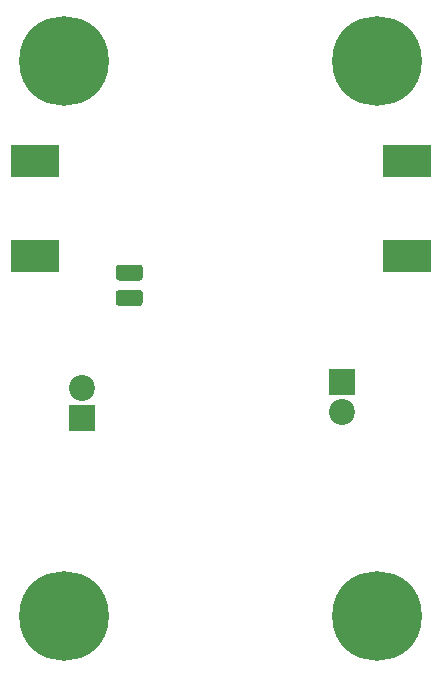
<source format=gbr>
%TF.GenerationSoftware,KiCad,Pcbnew,5.1.6-c6e7f7d~87~ubuntu20.04.1*%
%TF.CreationDate,2020-09-01T11:43:32+02:00*%
%TF.ProjectId,bias-t-extractor-smd,62696173-2d74-42d6-9578-74726163746f,rev?*%
%TF.SameCoordinates,Original*%
%TF.FileFunction,Soldermask,Bot*%
%TF.FilePolarity,Negative*%
%FSLAX46Y46*%
G04 Gerber Fmt 4.6, Leading zero omitted, Abs format (unit mm)*
G04 Created by KiCad (PCBNEW 5.1.6-c6e7f7d~87~ubuntu20.04.1) date 2020-09-01 11:43:32*
%MOMM*%
%LPD*%
G01*
G04 APERTURE LIST*
%ADD10R,4.100000X2.800000*%
%ADD11C,2.200000*%
%ADD12R,2.200000X2.200000*%
%ADD13C,7.600000*%
G04 APERTURE END LIST*
D10*
%TO.C,J1*%
X42000000Y-40000000D03*
X42000000Y-32000000D03*
%TD*%
D11*
%TO.C,J2*%
X46000000Y-51210000D03*
D12*
X46000000Y-53750000D03*
%TD*%
D10*
%TO.C,J3*%
X73500000Y-40000000D03*
X73500000Y-32000000D03*
%TD*%
D11*
%TO.C,LA1*%
X68000000Y-53250000D03*
D12*
X68000000Y-50710000D03*
%TD*%
D13*
%TO.C,H1*%
X44500000Y-23500000D03*
%TD*%
%TO.C,H2*%
X71000000Y-70500000D03*
%TD*%
%TO.C,H3*%
X44500000Y-70500000D03*
%TD*%
%TO.C,H4*%
X71000000Y-23500000D03*
%TD*%
%TO.C,L1*%
G36*
G01*
X49120000Y-40750000D02*
X50880000Y-40750000D01*
G75*
G02*
X51150000Y-41020000I0J-270000D01*
G01*
X51150000Y-41830000D01*
G75*
G02*
X50880000Y-42100000I-270000J0D01*
G01*
X49120000Y-42100000D01*
G75*
G02*
X48850000Y-41830000I0J270000D01*
G01*
X48850000Y-41020000D01*
G75*
G02*
X49120000Y-40750000I270000J0D01*
G01*
G37*
G36*
G01*
X49120000Y-42900000D02*
X50880000Y-42900000D01*
G75*
G02*
X51150000Y-43170000I0J-270000D01*
G01*
X51150000Y-43980000D01*
G75*
G02*
X50880000Y-44250000I-270000J0D01*
G01*
X49120000Y-44250000D01*
G75*
G02*
X48850000Y-43980000I0J270000D01*
G01*
X48850000Y-43170000D01*
G75*
G02*
X49120000Y-42900000I270000J0D01*
G01*
G37*
%TD*%
M02*

</source>
